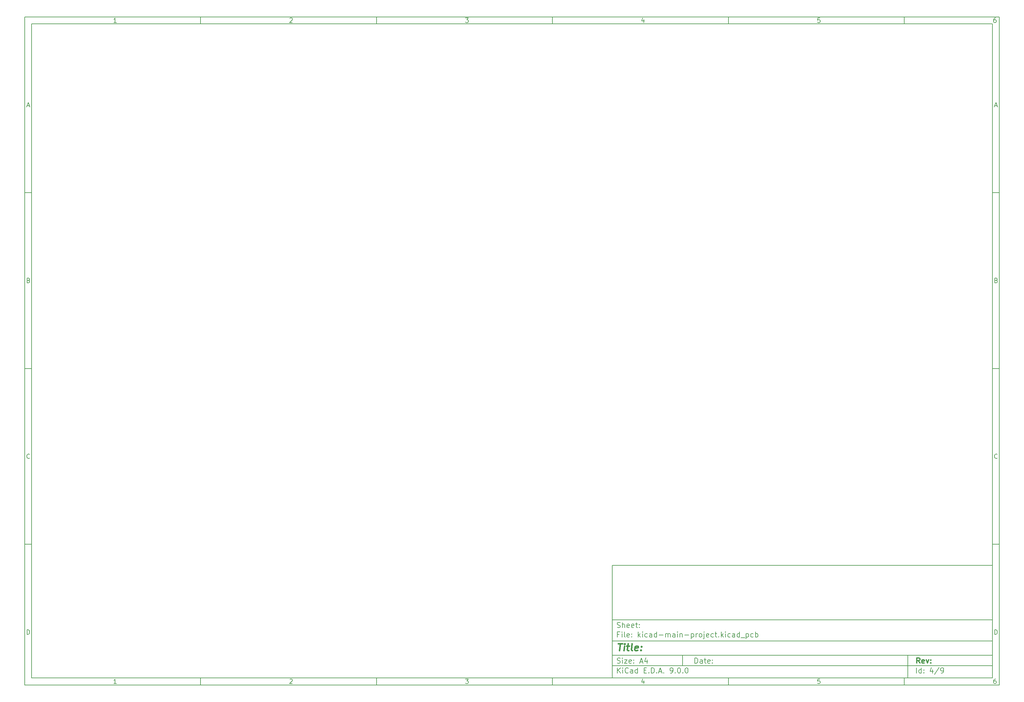
<source format=gbr>
%TF.GenerationSoftware,KiCad,Pcbnew,9.0.0*%
%TF.CreationDate,2025-05-10T22:05:33+07:00*%
%TF.ProjectId,kicad-main-project,6b696361-642d-46d6-9169-6e2d70726f6a,rev?*%
%TF.SameCoordinates,Original*%
%TF.FileFunction,Paste,Bot*%
%TF.FilePolarity,Positive*%
%FSLAX46Y46*%
G04 Gerber Fmt 4.6, Leading zero omitted, Abs format (unit mm)*
G04 Created by KiCad (PCBNEW 9.0.0) date 2025-05-10 22:05:33*
%MOMM*%
%LPD*%
G01*
G04 APERTURE LIST*
%ADD10C,0.100000*%
%ADD11C,0.150000*%
%ADD12C,0.300000*%
%ADD13C,0.400000*%
G04 APERTURE END LIST*
D10*
D11*
X177002200Y-166007200D02*
X285002200Y-166007200D01*
X285002200Y-198007200D01*
X177002200Y-198007200D01*
X177002200Y-166007200D01*
D10*
D11*
X10000000Y-10000000D02*
X287002200Y-10000000D01*
X287002200Y-200007200D01*
X10000000Y-200007200D01*
X10000000Y-10000000D01*
D10*
D11*
X12000000Y-12000000D02*
X285002200Y-12000000D01*
X285002200Y-198007200D01*
X12000000Y-198007200D01*
X12000000Y-12000000D01*
D10*
D11*
X60000000Y-12000000D02*
X60000000Y-10000000D01*
D10*
D11*
X110000000Y-12000000D02*
X110000000Y-10000000D01*
D10*
D11*
X160000000Y-12000000D02*
X160000000Y-10000000D01*
D10*
D11*
X210000000Y-12000000D02*
X210000000Y-10000000D01*
D10*
D11*
X260000000Y-12000000D02*
X260000000Y-10000000D01*
D10*
D11*
X36089160Y-11593604D02*
X35346303Y-11593604D01*
X35717731Y-11593604D02*
X35717731Y-10293604D01*
X35717731Y-10293604D02*
X35593922Y-10479319D01*
X35593922Y-10479319D02*
X35470112Y-10603128D01*
X35470112Y-10603128D02*
X35346303Y-10665033D01*
D10*
D11*
X85346303Y-10417414D02*
X85408207Y-10355509D01*
X85408207Y-10355509D02*
X85532017Y-10293604D01*
X85532017Y-10293604D02*
X85841541Y-10293604D01*
X85841541Y-10293604D02*
X85965350Y-10355509D01*
X85965350Y-10355509D02*
X86027255Y-10417414D01*
X86027255Y-10417414D02*
X86089160Y-10541223D01*
X86089160Y-10541223D02*
X86089160Y-10665033D01*
X86089160Y-10665033D02*
X86027255Y-10850747D01*
X86027255Y-10850747D02*
X85284398Y-11593604D01*
X85284398Y-11593604D02*
X86089160Y-11593604D01*
D10*
D11*
X135284398Y-10293604D02*
X136089160Y-10293604D01*
X136089160Y-10293604D02*
X135655826Y-10788842D01*
X135655826Y-10788842D02*
X135841541Y-10788842D01*
X135841541Y-10788842D02*
X135965350Y-10850747D01*
X135965350Y-10850747D02*
X136027255Y-10912652D01*
X136027255Y-10912652D02*
X136089160Y-11036461D01*
X136089160Y-11036461D02*
X136089160Y-11345985D01*
X136089160Y-11345985D02*
X136027255Y-11469795D01*
X136027255Y-11469795D02*
X135965350Y-11531700D01*
X135965350Y-11531700D02*
X135841541Y-11593604D01*
X135841541Y-11593604D02*
X135470112Y-11593604D01*
X135470112Y-11593604D02*
X135346303Y-11531700D01*
X135346303Y-11531700D02*
X135284398Y-11469795D01*
D10*
D11*
X185965350Y-10726938D02*
X185965350Y-11593604D01*
X185655826Y-10231700D02*
X185346303Y-11160271D01*
X185346303Y-11160271D02*
X186151064Y-11160271D01*
D10*
D11*
X236027255Y-10293604D02*
X235408207Y-10293604D01*
X235408207Y-10293604D02*
X235346303Y-10912652D01*
X235346303Y-10912652D02*
X235408207Y-10850747D01*
X235408207Y-10850747D02*
X235532017Y-10788842D01*
X235532017Y-10788842D02*
X235841541Y-10788842D01*
X235841541Y-10788842D02*
X235965350Y-10850747D01*
X235965350Y-10850747D02*
X236027255Y-10912652D01*
X236027255Y-10912652D02*
X236089160Y-11036461D01*
X236089160Y-11036461D02*
X236089160Y-11345985D01*
X236089160Y-11345985D02*
X236027255Y-11469795D01*
X236027255Y-11469795D02*
X235965350Y-11531700D01*
X235965350Y-11531700D02*
X235841541Y-11593604D01*
X235841541Y-11593604D02*
X235532017Y-11593604D01*
X235532017Y-11593604D02*
X235408207Y-11531700D01*
X235408207Y-11531700D02*
X235346303Y-11469795D01*
D10*
D11*
X285965350Y-10293604D02*
X285717731Y-10293604D01*
X285717731Y-10293604D02*
X285593922Y-10355509D01*
X285593922Y-10355509D02*
X285532017Y-10417414D01*
X285532017Y-10417414D02*
X285408207Y-10603128D01*
X285408207Y-10603128D02*
X285346303Y-10850747D01*
X285346303Y-10850747D02*
X285346303Y-11345985D01*
X285346303Y-11345985D02*
X285408207Y-11469795D01*
X285408207Y-11469795D02*
X285470112Y-11531700D01*
X285470112Y-11531700D02*
X285593922Y-11593604D01*
X285593922Y-11593604D02*
X285841541Y-11593604D01*
X285841541Y-11593604D02*
X285965350Y-11531700D01*
X285965350Y-11531700D02*
X286027255Y-11469795D01*
X286027255Y-11469795D02*
X286089160Y-11345985D01*
X286089160Y-11345985D02*
X286089160Y-11036461D01*
X286089160Y-11036461D02*
X286027255Y-10912652D01*
X286027255Y-10912652D02*
X285965350Y-10850747D01*
X285965350Y-10850747D02*
X285841541Y-10788842D01*
X285841541Y-10788842D02*
X285593922Y-10788842D01*
X285593922Y-10788842D02*
X285470112Y-10850747D01*
X285470112Y-10850747D02*
X285408207Y-10912652D01*
X285408207Y-10912652D02*
X285346303Y-11036461D01*
D10*
D11*
X60000000Y-198007200D02*
X60000000Y-200007200D01*
D10*
D11*
X110000000Y-198007200D02*
X110000000Y-200007200D01*
D10*
D11*
X160000000Y-198007200D02*
X160000000Y-200007200D01*
D10*
D11*
X210000000Y-198007200D02*
X210000000Y-200007200D01*
D10*
D11*
X260000000Y-198007200D02*
X260000000Y-200007200D01*
D10*
D11*
X36089160Y-199600804D02*
X35346303Y-199600804D01*
X35717731Y-199600804D02*
X35717731Y-198300804D01*
X35717731Y-198300804D02*
X35593922Y-198486519D01*
X35593922Y-198486519D02*
X35470112Y-198610328D01*
X35470112Y-198610328D02*
X35346303Y-198672233D01*
D10*
D11*
X85346303Y-198424614D02*
X85408207Y-198362709D01*
X85408207Y-198362709D02*
X85532017Y-198300804D01*
X85532017Y-198300804D02*
X85841541Y-198300804D01*
X85841541Y-198300804D02*
X85965350Y-198362709D01*
X85965350Y-198362709D02*
X86027255Y-198424614D01*
X86027255Y-198424614D02*
X86089160Y-198548423D01*
X86089160Y-198548423D02*
X86089160Y-198672233D01*
X86089160Y-198672233D02*
X86027255Y-198857947D01*
X86027255Y-198857947D02*
X85284398Y-199600804D01*
X85284398Y-199600804D02*
X86089160Y-199600804D01*
D10*
D11*
X135284398Y-198300804D02*
X136089160Y-198300804D01*
X136089160Y-198300804D02*
X135655826Y-198796042D01*
X135655826Y-198796042D02*
X135841541Y-198796042D01*
X135841541Y-198796042D02*
X135965350Y-198857947D01*
X135965350Y-198857947D02*
X136027255Y-198919852D01*
X136027255Y-198919852D02*
X136089160Y-199043661D01*
X136089160Y-199043661D02*
X136089160Y-199353185D01*
X136089160Y-199353185D02*
X136027255Y-199476995D01*
X136027255Y-199476995D02*
X135965350Y-199538900D01*
X135965350Y-199538900D02*
X135841541Y-199600804D01*
X135841541Y-199600804D02*
X135470112Y-199600804D01*
X135470112Y-199600804D02*
X135346303Y-199538900D01*
X135346303Y-199538900D02*
X135284398Y-199476995D01*
D10*
D11*
X185965350Y-198734138D02*
X185965350Y-199600804D01*
X185655826Y-198238900D02*
X185346303Y-199167471D01*
X185346303Y-199167471D02*
X186151064Y-199167471D01*
D10*
D11*
X236027255Y-198300804D02*
X235408207Y-198300804D01*
X235408207Y-198300804D02*
X235346303Y-198919852D01*
X235346303Y-198919852D02*
X235408207Y-198857947D01*
X235408207Y-198857947D02*
X235532017Y-198796042D01*
X235532017Y-198796042D02*
X235841541Y-198796042D01*
X235841541Y-198796042D02*
X235965350Y-198857947D01*
X235965350Y-198857947D02*
X236027255Y-198919852D01*
X236027255Y-198919852D02*
X236089160Y-199043661D01*
X236089160Y-199043661D02*
X236089160Y-199353185D01*
X236089160Y-199353185D02*
X236027255Y-199476995D01*
X236027255Y-199476995D02*
X235965350Y-199538900D01*
X235965350Y-199538900D02*
X235841541Y-199600804D01*
X235841541Y-199600804D02*
X235532017Y-199600804D01*
X235532017Y-199600804D02*
X235408207Y-199538900D01*
X235408207Y-199538900D02*
X235346303Y-199476995D01*
D10*
D11*
X285965350Y-198300804D02*
X285717731Y-198300804D01*
X285717731Y-198300804D02*
X285593922Y-198362709D01*
X285593922Y-198362709D02*
X285532017Y-198424614D01*
X285532017Y-198424614D02*
X285408207Y-198610328D01*
X285408207Y-198610328D02*
X285346303Y-198857947D01*
X285346303Y-198857947D02*
X285346303Y-199353185D01*
X285346303Y-199353185D02*
X285408207Y-199476995D01*
X285408207Y-199476995D02*
X285470112Y-199538900D01*
X285470112Y-199538900D02*
X285593922Y-199600804D01*
X285593922Y-199600804D02*
X285841541Y-199600804D01*
X285841541Y-199600804D02*
X285965350Y-199538900D01*
X285965350Y-199538900D02*
X286027255Y-199476995D01*
X286027255Y-199476995D02*
X286089160Y-199353185D01*
X286089160Y-199353185D02*
X286089160Y-199043661D01*
X286089160Y-199043661D02*
X286027255Y-198919852D01*
X286027255Y-198919852D02*
X285965350Y-198857947D01*
X285965350Y-198857947D02*
X285841541Y-198796042D01*
X285841541Y-198796042D02*
X285593922Y-198796042D01*
X285593922Y-198796042D02*
X285470112Y-198857947D01*
X285470112Y-198857947D02*
X285408207Y-198919852D01*
X285408207Y-198919852D02*
X285346303Y-199043661D01*
D10*
D11*
X10000000Y-60000000D02*
X12000000Y-60000000D01*
D10*
D11*
X10000000Y-110000000D02*
X12000000Y-110000000D01*
D10*
D11*
X10000000Y-160000000D02*
X12000000Y-160000000D01*
D10*
D11*
X10690476Y-35222176D02*
X11309523Y-35222176D01*
X10566666Y-35593604D02*
X10999999Y-34293604D01*
X10999999Y-34293604D02*
X11433333Y-35593604D01*
D10*
D11*
X11092857Y-84912652D02*
X11278571Y-84974557D01*
X11278571Y-84974557D02*
X11340476Y-85036461D01*
X11340476Y-85036461D02*
X11402380Y-85160271D01*
X11402380Y-85160271D02*
X11402380Y-85345985D01*
X11402380Y-85345985D02*
X11340476Y-85469795D01*
X11340476Y-85469795D02*
X11278571Y-85531700D01*
X11278571Y-85531700D02*
X11154761Y-85593604D01*
X11154761Y-85593604D02*
X10659523Y-85593604D01*
X10659523Y-85593604D02*
X10659523Y-84293604D01*
X10659523Y-84293604D02*
X11092857Y-84293604D01*
X11092857Y-84293604D02*
X11216666Y-84355509D01*
X11216666Y-84355509D02*
X11278571Y-84417414D01*
X11278571Y-84417414D02*
X11340476Y-84541223D01*
X11340476Y-84541223D02*
X11340476Y-84665033D01*
X11340476Y-84665033D02*
X11278571Y-84788842D01*
X11278571Y-84788842D02*
X11216666Y-84850747D01*
X11216666Y-84850747D02*
X11092857Y-84912652D01*
X11092857Y-84912652D02*
X10659523Y-84912652D01*
D10*
D11*
X11402380Y-135469795D02*
X11340476Y-135531700D01*
X11340476Y-135531700D02*
X11154761Y-135593604D01*
X11154761Y-135593604D02*
X11030952Y-135593604D01*
X11030952Y-135593604D02*
X10845238Y-135531700D01*
X10845238Y-135531700D02*
X10721428Y-135407890D01*
X10721428Y-135407890D02*
X10659523Y-135284080D01*
X10659523Y-135284080D02*
X10597619Y-135036461D01*
X10597619Y-135036461D02*
X10597619Y-134850747D01*
X10597619Y-134850747D02*
X10659523Y-134603128D01*
X10659523Y-134603128D02*
X10721428Y-134479319D01*
X10721428Y-134479319D02*
X10845238Y-134355509D01*
X10845238Y-134355509D02*
X11030952Y-134293604D01*
X11030952Y-134293604D02*
X11154761Y-134293604D01*
X11154761Y-134293604D02*
X11340476Y-134355509D01*
X11340476Y-134355509D02*
X11402380Y-134417414D01*
D10*
D11*
X10659523Y-185593604D02*
X10659523Y-184293604D01*
X10659523Y-184293604D02*
X10969047Y-184293604D01*
X10969047Y-184293604D02*
X11154761Y-184355509D01*
X11154761Y-184355509D02*
X11278571Y-184479319D01*
X11278571Y-184479319D02*
X11340476Y-184603128D01*
X11340476Y-184603128D02*
X11402380Y-184850747D01*
X11402380Y-184850747D02*
X11402380Y-185036461D01*
X11402380Y-185036461D02*
X11340476Y-185284080D01*
X11340476Y-185284080D02*
X11278571Y-185407890D01*
X11278571Y-185407890D02*
X11154761Y-185531700D01*
X11154761Y-185531700D02*
X10969047Y-185593604D01*
X10969047Y-185593604D02*
X10659523Y-185593604D01*
D10*
D11*
X287002200Y-60000000D02*
X285002200Y-60000000D01*
D10*
D11*
X287002200Y-110000000D02*
X285002200Y-110000000D01*
D10*
D11*
X287002200Y-160000000D02*
X285002200Y-160000000D01*
D10*
D11*
X285692676Y-35222176D02*
X286311723Y-35222176D01*
X285568866Y-35593604D02*
X286002199Y-34293604D01*
X286002199Y-34293604D02*
X286435533Y-35593604D01*
D10*
D11*
X286095057Y-84912652D02*
X286280771Y-84974557D01*
X286280771Y-84974557D02*
X286342676Y-85036461D01*
X286342676Y-85036461D02*
X286404580Y-85160271D01*
X286404580Y-85160271D02*
X286404580Y-85345985D01*
X286404580Y-85345985D02*
X286342676Y-85469795D01*
X286342676Y-85469795D02*
X286280771Y-85531700D01*
X286280771Y-85531700D02*
X286156961Y-85593604D01*
X286156961Y-85593604D02*
X285661723Y-85593604D01*
X285661723Y-85593604D02*
X285661723Y-84293604D01*
X285661723Y-84293604D02*
X286095057Y-84293604D01*
X286095057Y-84293604D02*
X286218866Y-84355509D01*
X286218866Y-84355509D02*
X286280771Y-84417414D01*
X286280771Y-84417414D02*
X286342676Y-84541223D01*
X286342676Y-84541223D02*
X286342676Y-84665033D01*
X286342676Y-84665033D02*
X286280771Y-84788842D01*
X286280771Y-84788842D02*
X286218866Y-84850747D01*
X286218866Y-84850747D02*
X286095057Y-84912652D01*
X286095057Y-84912652D02*
X285661723Y-84912652D01*
D10*
D11*
X286404580Y-135469795D02*
X286342676Y-135531700D01*
X286342676Y-135531700D02*
X286156961Y-135593604D01*
X286156961Y-135593604D02*
X286033152Y-135593604D01*
X286033152Y-135593604D02*
X285847438Y-135531700D01*
X285847438Y-135531700D02*
X285723628Y-135407890D01*
X285723628Y-135407890D02*
X285661723Y-135284080D01*
X285661723Y-135284080D02*
X285599819Y-135036461D01*
X285599819Y-135036461D02*
X285599819Y-134850747D01*
X285599819Y-134850747D02*
X285661723Y-134603128D01*
X285661723Y-134603128D02*
X285723628Y-134479319D01*
X285723628Y-134479319D02*
X285847438Y-134355509D01*
X285847438Y-134355509D02*
X286033152Y-134293604D01*
X286033152Y-134293604D02*
X286156961Y-134293604D01*
X286156961Y-134293604D02*
X286342676Y-134355509D01*
X286342676Y-134355509D02*
X286404580Y-134417414D01*
D10*
D11*
X285661723Y-185593604D02*
X285661723Y-184293604D01*
X285661723Y-184293604D02*
X285971247Y-184293604D01*
X285971247Y-184293604D02*
X286156961Y-184355509D01*
X286156961Y-184355509D02*
X286280771Y-184479319D01*
X286280771Y-184479319D02*
X286342676Y-184603128D01*
X286342676Y-184603128D02*
X286404580Y-184850747D01*
X286404580Y-184850747D02*
X286404580Y-185036461D01*
X286404580Y-185036461D02*
X286342676Y-185284080D01*
X286342676Y-185284080D02*
X286280771Y-185407890D01*
X286280771Y-185407890D02*
X286156961Y-185531700D01*
X286156961Y-185531700D02*
X285971247Y-185593604D01*
X285971247Y-185593604D02*
X285661723Y-185593604D01*
D10*
D11*
X200458026Y-193793328D02*
X200458026Y-192293328D01*
X200458026Y-192293328D02*
X200815169Y-192293328D01*
X200815169Y-192293328D02*
X201029455Y-192364757D01*
X201029455Y-192364757D02*
X201172312Y-192507614D01*
X201172312Y-192507614D02*
X201243741Y-192650471D01*
X201243741Y-192650471D02*
X201315169Y-192936185D01*
X201315169Y-192936185D02*
X201315169Y-193150471D01*
X201315169Y-193150471D02*
X201243741Y-193436185D01*
X201243741Y-193436185D02*
X201172312Y-193579042D01*
X201172312Y-193579042D02*
X201029455Y-193721900D01*
X201029455Y-193721900D02*
X200815169Y-193793328D01*
X200815169Y-193793328D02*
X200458026Y-193793328D01*
X202600884Y-193793328D02*
X202600884Y-193007614D01*
X202600884Y-193007614D02*
X202529455Y-192864757D01*
X202529455Y-192864757D02*
X202386598Y-192793328D01*
X202386598Y-192793328D02*
X202100884Y-192793328D01*
X202100884Y-192793328D02*
X201958026Y-192864757D01*
X202600884Y-193721900D02*
X202458026Y-193793328D01*
X202458026Y-193793328D02*
X202100884Y-193793328D01*
X202100884Y-193793328D02*
X201958026Y-193721900D01*
X201958026Y-193721900D02*
X201886598Y-193579042D01*
X201886598Y-193579042D02*
X201886598Y-193436185D01*
X201886598Y-193436185D02*
X201958026Y-193293328D01*
X201958026Y-193293328D02*
X202100884Y-193221900D01*
X202100884Y-193221900D02*
X202458026Y-193221900D01*
X202458026Y-193221900D02*
X202600884Y-193150471D01*
X203100884Y-192793328D02*
X203672312Y-192793328D01*
X203315169Y-192293328D02*
X203315169Y-193579042D01*
X203315169Y-193579042D02*
X203386598Y-193721900D01*
X203386598Y-193721900D02*
X203529455Y-193793328D01*
X203529455Y-193793328D02*
X203672312Y-193793328D01*
X204743741Y-193721900D02*
X204600884Y-193793328D01*
X204600884Y-193793328D02*
X204315170Y-193793328D01*
X204315170Y-193793328D02*
X204172312Y-193721900D01*
X204172312Y-193721900D02*
X204100884Y-193579042D01*
X204100884Y-193579042D02*
X204100884Y-193007614D01*
X204100884Y-193007614D02*
X204172312Y-192864757D01*
X204172312Y-192864757D02*
X204315170Y-192793328D01*
X204315170Y-192793328D02*
X204600884Y-192793328D01*
X204600884Y-192793328D02*
X204743741Y-192864757D01*
X204743741Y-192864757D02*
X204815170Y-193007614D01*
X204815170Y-193007614D02*
X204815170Y-193150471D01*
X204815170Y-193150471D02*
X204100884Y-193293328D01*
X205458026Y-193650471D02*
X205529455Y-193721900D01*
X205529455Y-193721900D02*
X205458026Y-193793328D01*
X205458026Y-193793328D02*
X205386598Y-193721900D01*
X205386598Y-193721900D02*
X205458026Y-193650471D01*
X205458026Y-193650471D02*
X205458026Y-193793328D01*
X205458026Y-192864757D02*
X205529455Y-192936185D01*
X205529455Y-192936185D02*
X205458026Y-193007614D01*
X205458026Y-193007614D02*
X205386598Y-192936185D01*
X205386598Y-192936185D02*
X205458026Y-192864757D01*
X205458026Y-192864757D02*
X205458026Y-193007614D01*
D10*
D11*
X177002200Y-194507200D02*
X285002200Y-194507200D01*
D10*
D11*
X178458026Y-196593328D02*
X178458026Y-195093328D01*
X179315169Y-196593328D02*
X178672312Y-195736185D01*
X179315169Y-195093328D02*
X178458026Y-195950471D01*
X179958026Y-196593328D02*
X179958026Y-195593328D01*
X179958026Y-195093328D02*
X179886598Y-195164757D01*
X179886598Y-195164757D02*
X179958026Y-195236185D01*
X179958026Y-195236185D02*
X180029455Y-195164757D01*
X180029455Y-195164757D02*
X179958026Y-195093328D01*
X179958026Y-195093328D02*
X179958026Y-195236185D01*
X181529455Y-196450471D02*
X181458027Y-196521900D01*
X181458027Y-196521900D02*
X181243741Y-196593328D01*
X181243741Y-196593328D02*
X181100884Y-196593328D01*
X181100884Y-196593328D02*
X180886598Y-196521900D01*
X180886598Y-196521900D02*
X180743741Y-196379042D01*
X180743741Y-196379042D02*
X180672312Y-196236185D01*
X180672312Y-196236185D02*
X180600884Y-195950471D01*
X180600884Y-195950471D02*
X180600884Y-195736185D01*
X180600884Y-195736185D02*
X180672312Y-195450471D01*
X180672312Y-195450471D02*
X180743741Y-195307614D01*
X180743741Y-195307614D02*
X180886598Y-195164757D01*
X180886598Y-195164757D02*
X181100884Y-195093328D01*
X181100884Y-195093328D02*
X181243741Y-195093328D01*
X181243741Y-195093328D02*
X181458027Y-195164757D01*
X181458027Y-195164757D02*
X181529455Y-195236185D01*
X182815170Y-196593328D02*
X182815170Y-195807614D01*
X182815170Y-195807614D02*
X182743741Y-195664757D01*
X182743741Y-195664757D02*
X182600884Y-195593328D01*
X182600884Y-195593328D02*
X182315170Y-195593328D01*
X182315170Y-195593328D02*
X182172312Y-195664757D01*
X182815170Y-196521900D02*
X182672312Y-196593328D01*
X182672312Y-196593328D02*
X182315170Y-196593328D01*
X182315170Y-196593328D02*
X182172312Y-196521900D01*
X182172312Y-196521900D02*
X182100884Y-196379042D01*
X182100884Y-196379042D02*
X182100884Y-196236185D01*
X182100884Y-196236185D02*
X182172312Y-196093328D01*
X182172312Y-196093328D02*
X182315170Y-196021900D01*
X182315170Y-196021900D02*
X182672312Y-196021900D01*
X182672312Y-196021900D02*
X182815170Y-195950471D01*
X184172313Y-196593328D02*
X184172313Y-195093328D01*
X184172313Y-196521900D02*
X184029455Y-196593328D01*
X184029455Y-196593328D02*
X183743741Y-196593328D01*
X183743741Y-196593328D02*
X183600884Y-196521900D01*
X183600884Y-196521900D02*
X183529455Y-196450471D01*
X183529455Y-196450471D02*
X183458027Y-196307614D01*
X183458027Y-196307614D02*
X183458027Y-195879042D01*
X183458027Y-195879042D02*
X183529455Y-195736185D01*
X183529455Y-195736185D02*
X183600884Y-195664757D01*
X183600884Y-195664757D02*
X183743741Y-195593328D01*
X183743741Y-195593328D02*
X184029455Y-195593328D01*
X184029455Y-195593328D02*
X184172313Y-195664757D01*
X186029455Y-195807614D02*
X186529455Y-195807614D01*
X186743741Y-196593328D02*
X186029455Y-196593328D01*
X186029455Y-196593328D02*
X186029455Y-195093328D01*
X186029455Y-195093328D02*
X186743741Y-195093328D01*
X187386598Y-196450471D02*
X187458027Y-196521900D01*
X187458027Y-196521900D02*
X187386598Y-196593328D01*
X187386598Y-196593328D02*
X187315170Y-196521900D01*
X187315170Y-196521900D02*
X187386598Y-196450471D01*
X187386598Y-196450471D02*
X187386598Y-196593328D01*
X188100884Y-196593328D02*
X188100884Y-195093328D01*
X188100884Y-195093328D02*
X188458027Y-195093328D01*
X188458027Y-195093328D02*
X188672313Y-195164757D01*
X188672313Y-195164757D02*
X188815170Y-195307614D01*
X188815170Y-195307614D02*
X188886599Y-195450471D01*
X188886599Y-195450471D02*
X188958027Y-195736185D01*
X188958027Y-195736185D02*
X188958027Y-195950471D01*
X188958027Y-195950471D02*
X188886599Y-196236185D01*
X188886599Y-196236185D02*
X188815170Y-196379042D01*
X188815170Y-196379042D02*
X188672313Y-196521900D01*
X188672313Y-196521900D02*
X188458027Y-196593328D01*
X188458027Y-196593328D02*
X188100884Y-196593328D01*
X189600884Y-196450471D02*
X189672313Y-196521900D01*
X189672313Y-196521900D02*
X189600884Y-196593328D01*
X189600884Y-196593328D02*
X189529456Y-196521900D01*
X189529456Y-196521900D02*
X189600884Y-196450471D01*
X189600884Y-196450471D02*
X189600884Y-196593328D01*
X190243742Y-196164757D02*
X190958028Y-196164757D01*
X190100885Y-196593328D02*
X190600885Y-195093328D01*
X190600885Y-195093328D02*
X191100885Y-196593328D01*
X191600884Y-196450471D02*
X191672313Y-196521900D01*
X191672313Y-196521900D02*
X191600884Y-196593328D01*
X191600884Y-196593328D02*
X191529456Y-196521900D01*
X191529456Y-196521900D02*
X191600884Y-196450471D01*
X191600884Y-196450471D02*
X191600884Y-196593328D01*
X193529456Y-196593328D02*
X193815170Y-196593328D01*
X193815170Y-196593328D02*
X193958027Y-196521900D01*
X193958027Y-196521900D02*
X194029456Y-196450471D01*
X194029456Y-196450471D02*
X194172313Y-196236185D01*
X194172313Y-196236185D02*
X194243742Y-195950471D01*
X194243742Y-195950471D02*
X194243742Y-195379042D01*
X194243742Y-195379042D02*
X194172313Y-195236185D01*
X194172313Y-195236185D02*
X194100885Y-195164757D01*
X194100885Y-195164757D02*
X193958027Y-195093328D01*
X193958027Y-195093328D02*
X193672313Y-195093328D01*
X193672313Y-195093328D02*
X193529456Y-195164757D01*
X193529456Y-195164757D02*
X193458027Y-195236185D01*
X193458027Y-195236185D02*
X193386599Y-195379042D01*
X193386599Y-195379042D02*
X193386599Y-195736185D01*
X193386599Y-195736185D02*
X193458027Y-195879042D01*
X193458027Y-195879042D02*
X193529456Y-195950471D01*
X193529456Y-195950471D02*
X193672313Y-196021900D01*
X193672313Y-196021900D02*
X193958027Y-196021900D01*
X193958027Y-196021900D02*
X194100885Y-195950471D01*
X194100885Y-195950471D02*
X194172313Y-195879042D01*
X194172313Y-195879042D02*
X194243742Y-195736185D01*
X194886598Y-196450471D02*
X194958027Y-196521900D01*
X194958027Y-196521900D02*
X194886598Y-196593328D01*
X194886598Y-196593328D02*
X194815170Y-196521900D01*
X194815170Y-196521900D02*
X194886598Y-196450471D01*
X194886598Y-196450471D02*
X194886598Y-196593328D01*
X195886599Y-195093328D02*
X196029456Y-195093328D01*
X196029456Y-195093328D02*
X196172313Y-195164757D01*
X196172313Y-195164757D02*
X196243742Y-195236185D01*
X196243742Y-195236185D02*
X196315170Y-195379042D01*
X196315170Y-195379042D02*
X196386599Y-195664757D01*
X196386599Y-195664757D02*
X196386599Y-196021900D01*
X196386599Y-196021900D02*
X196315170Y-196307614D01*
X196315170Y-196307614D02*
X196243742Y-196450471D01*
X196243742Y-196450471D02*
X196172313Y-196521900D01*
X196172313Y-196521900D02*
X196029456Y-196593328D01*
X196029456Y-196593328D02*
X195886599Y-196593328D01*
X195886599Y-196593328D02*
X195743742Y-196521900D01*
X195743742Y-196521900D02*
X195672313Y-196450471D01*
X195672313Y-196450471D02*
X195600884Y-196307614D01*
X195600884Y-196307614D02*
X195529456Y-196021900D01*
X195529456Y-196021900D02*
X195529456Y-195664757D01*
X195529456Y-195664757D02*
X195600884Y-195379042D01*
X195600884Y-195379042D02*
X195672313Y-195236185D01*
X195672313Y-195236185D02*
X195743742Y-195164757D01*
X195743742Y-195164757D02*
X195886599Y-195093328D01*
X197029455Y-196450471D02*
X197100884Y-196521900D01*
X197100884Y-196521900D02*
X197029455Y-196593328D01*
X197029455Y-196593328D02*
X196958027Y-196521900D01*
X196958027Y-196521900D02*
X197029455Y-196450471D01*
X197029455Y-196450471D02*
X197029455Y-196593328D01*
X198029456Y-195093328D02*
X198172313Y-195093328D01*
X198172313Y-195093328D02*
X198315170Y-195164757D01*
X198315170Y-195164757D02*
X198386599Y-195236185D01*
X198386599Y-195236185D02*
X198458027Y-195379042D01*
X198458027Y-195379042D02*
X198529456Y-195664757D01*
X198529456Y-195664757D02*
X198529456Y-196021900D01*
X198529456Y-196021900D02*
X198458027Y-196307614D01*
X198458027Y-196307614D02*
X198386599Y-196450471D01*
X198386599Y-196450471D02*
X198315170Y-196521900D01*
X198315170Y-196521900D02*
X198172313Y-196593328D01*
X198172313Y-196593328D02*
X198029456Y-196593328D01*
X198029456Y-196593328D02*
X197886599Y-196521900D01*
X197886599Y-196521900D02*
X197815170Y-196450471D01*
X197815170Y-196450471D02*
X197743741Y-196307614D01*
X197743741Y-196307614D02*
X197672313Y-196021900D01*
X197672313Y-196021900D02*
X197672313Y-195664757D01*
X197672313Y-195664757D02*
X197743741Y-195379042D01*
X197743741Y-195379042D02*
X197815170Y-195236185D01*
X197815170Y-195236185D02*
X197886599Y-195164757D01*
X197886599Y-195164757D02*
X198029456Y-195093328D01*
D10*
D11*
X177002200Y-191507200D02*
X285002200Y-191507200D01*
D10*
D12*
X264413853Y-193785528D02*
X263913853Y-193071242D01*
X263556710Y-193785528D02*
X263556710Y-192285528D01*
X263556710Y-192285528D02*
X264128139Y-192285528D01*
X264128139Y-192285528D02*
X264270996Y-192356957D01*
X264270996Y-192356957D02*
X264342425Y-192428385D01*
X264342425Y-192428385D02*
X264413853Y-192571242D01*
X264413853Y-192571242D02*
X264413853Y-192785528D01*
X264413853Y-192785528D02*
X264342425Y-192928385D01*
X264342425Y-192928385D02*
X264270996Y-192999814D01*
X264270996Y-192999814D02*
X264128139Y-193071242D01*
X264128139Y-193071242D02*
X263556710Y-193071242D01*
X265628139Y-193714100D02*
X265485282Y-193785528D01*
X265485282Y-193785528D02*
X265199568Y-193785528D01*
X265199568Y-193785528D02*
X265056710Y-193714100D01*
X265056710Y-193714100D02*
X264985282Y-193571242D01*
X264985282Y-193571242D02*
X264985282Y-192999814D01*
X264985282Y-192999814D02*
X265056710Y-192856957D01*
X265056710Y-192856957D02*
X265199568Y-192785528D01*
X265199568Y-192785528D02*
X265485282Y-192785528D01*
X265485282Y-192785528D02*
X265628139Y-192856957D01*
X265628139Y-192856957D02*
X265699568Y-192999814D01*
X265699568Y-192999814D02*
X265699568Y-193142671D01*
X265699568Y-193142671D02*
X264985282Y-193285528D01*
X266199567Y-192785528D02*
X266556710Y-193785528D01*
X266556710Y-193785528D02*
X266913853Y-192785528D01*
X267485281Y-193642671D02*
X267556710Y-193714100D01*
X267556710Y-193714100D02*
X267485281Y-193785528D01*
X267485281Y-193785528D02*
X267413853Y-193714100D01*
X267413853Y-193714100D02*
X267485281Y-193642671D01*
X267485281Y-193642671D02*
X267485281Y-193785528D01*
X267485281Y-192856957D02*
X267556710Y-192928385D01*
X267556710Y-192928385D02*
X267485281Y-192999814D01*
X267485281Y-192999814D02*
X267413853Y-192928385D01*
X267413853Y-192928385D02*
X267485281Y-192856957D01*
X267485281Y-192856957D02*
X267485281Y-192999814D01*
D10*
D11*
X178386598Y-193721900D02*
X178600884Y-193793328D01*
X178600884Y-193793328D02*
X178958026Y-193793328D01*
X178958026Y-193793328D02*
X179100884Y-193721900D01*
X179100884Y-193721900D02*
X179172312Y-193650471D01*
X179172312Y-193650471D02*
X179243741Y-193507614D01*
X179243741Y-193507614D02*
X179243741Y-193364757D01*
X179243741Y-193364757D02*
X179172312Y-193221900D01*
X179172312Y-193221900D02*
X179100884Y-193150471D01*
X179100884Y-193150471D02*
X178958026Y-193079042D01*
X178958026Y-193079042D02*
X178672312Y-193007614D01*
X178672312Y-193007614D02*
X178529455Y-192936185D01*
X178529455Y-192936185D02*
X178458026Y-192864757D01*
X178458026Y-192864757D02*
X178386598Y-192721900D01*
X178386598Y-192721900D02*
X178386598Y-192579042D01*
X178386598Y-192579042D02*
X178458026Y-192436185D01*
X178458026Y-192436185D02*
X178529455Y-192364757D01*
X178529455Y-192364757D02*
X178672312Y-192293328D01*
X178672312Y-192293328D02*
X179029455Y-192293328D01*
X179029455Y-192293328D02*
X179243741Y-192364757D01*
X179886597Y-193793328D02*
X179886597Y-192793328D01*
X179886597Y-192293328D02*
X179815169Y-192364757D01*
X179815169Y-192364757D02*
X179886597Y-192436185D01*
X179886597Y-192436185D02*
X179958026Y-192364757D01*
X179958026Y-192364757D02*
X179886597Y-192293328D01*
X179886597Y-192293328D02*
X179886597Y-192436185D01*
X180458026Y-192793328D02*
X181243741Y-192793328D01*
X181243741Y-192793328D02*
X180458026Y-193793328D01*
X180458026Y-193793328D02*
X181243741Y-193793328D01*
X182386598Y-193721900D02*
X182243741Y-193793328D01*
X182243741Y-193793328D02*
X181958027Y-193793328D01*
X181958027Y-193793328D02*
X181815169Y-193721900D01*
X181815169Y-193721900D02*
X181743741Y-193579042D01*
X181743741Y-193579042D02*
X181743741Y-193007614D01*
X181743741Y-193007614D02*
X181815169Y-192864757D01*
X181815169Y-192864757D02*
X181958027Y-192793328D01*
X181958027Y-192793328D02*
X182243741Y-192793328D01*
X182243741Y-192793328D02*
X182386598Y-192864757D01*
X182386598Y-192864757D02*
X182458027Y-193007614D01*
X182458027Y-193007614D02*
X182458027Y-193150471D01*
X182458027Y-193150471D02*
X181743741Y-193293328D01*
X183100883Y-193650471D02*
X183172312Y-193721900D01*
X183172312Y-193721900D02*
X183100883Y-193793328D01*
X183100883Y-193793328D02*
X183029455Y-193721900D01*
X183029455Y-193721900D02*
X183100883Y-193650471D01*
X183100883Y-193650471D02*
X183100883Y-193793328D01*
X183100883Y-192864757D02*
X183172312Y-192936185D01*
X183172312Y-192936185D02*
X183100883Y-193007614D01*
X183100883Y-193007614D02*
X183029455Y-192936185D01*
X183029455Y-192936185D02*
X183100883Y-192864757D01*
X183100883Y-192864757D02*
X183100883Y-193007614D01*
X184886598Y-193364757D02*
X185600884Y-193364757D01*
X184743741Y-193793328D02*
X185243741Y-192293328D01*
X185243741Y-192293328D02*
X185743741Y-193793328D01*
X186886598Y-192793328D02*
X186886598Y-193793328D01*
X186529455Y-192221900D02*
X186172312Y-193293328D01*
X186172312Y-193293328D02*
X187100883Y-193293328D01*
D10*
D11*
X263458026Y-196593328D02*
X263458026Y-195093328D01*
X264815170Y-196593328D02*
X264815170Y-195093328D01*
X264815170Y-196521900D02*
X264672312Y-196593328D01*
X264672312Y-196593328D02*
X264386598Y-196593328D01*
X264386598Y-196593328D02*
X264243741Y-196521900D01*
X264243741Y-196521900D02*
X264172312Y-196450471D01*
X264172312Y-196450471D02*
X264100884Y-196307614D01*
X264100884Y-196307614D02*
X264100884Y-195879042D01*
X264100884Y-195879042D02*
X264172312Y-195736185D01*
X264172312Y-195736185D02*
X264243741Y-195664757D01*
X264243741Y-195664757D02*
X264386598Y-195593328D01*
X264386598Y-195593328D02*
X264672312Y-195593328D01*
X264672312Y-195593328D02*
X264815170Y-195664757D01*
X265529455Y-196450471D02*
X265600884Y-196521900D01*
X265600884Y-196521900D02*
X265529455Y-196593328D01*
X265529455Y-196593328D02*
X265458027Y-196521900D01*
X265458027Y-196521900D02*
X265529455Y-196450471D01*
X265529455Y-196450471D02*
X265529455Y-196593328D01*
X265529455Y-195664757D02*
X265600884Y-195736185D01*
X265600884Y-195736185D02*
X265529455Y-195807614D01*
X265529455Y-195807614D02*
X265458027Y-195736185D01*
X265458027Y-195736185D02*
X265529455Y-195664757D01*
X265529455Y-195664757D02*
X265529455Y-195807614D01*
X268029456Y-195593328D02*
X268029456Y-196593328D01*
X267672313Y-195021900D02*
X267315170Y-196093328D01*
X267315170Y-196093328D02*
X268243741Y-196093328D01*
X269886598Y-195021900D02*
X268600884Y-196950471D01*
X270458027Y-196593328D02*
X270743741Y-196593328D01*
X270743741Y-196593328D02*
X270886598Y-196521900D01*
X270886598Y-196521900D02*
X270958027Y-196450471D01*
X270958027Y-196450471D02*
X271100884Y-196236185D01*
X271100884Y-196236185D02*
X271172313Y-195950471D01*
X271172313Y-195950471D02*
X271172313Y-195379042D01*
X271172313Y-195379042D02*
X271100884Y-195236185D01*
X271100884Y-195236185D02*
X271029456Y-195164757D01*
X271029456Y-195164757D02*
X270886598Y-195093328D01*
X270886598Y-195093328D02*
X270600884Y-195093328D01*
X270600884Y-195093328D02*
X270458027Y-195164757D01*
X270458027Y-195164757D02*
X270386598Y-195236185D01*
X270386598Y-195236185D02*
X270315170Y-195379042D01*
X270315170Y-195379042D02*
X270315170Y-195736185D01*
X270315170Y-195736185D02*
X270386598Y-195879042D01*
X270386598Y-195879042D02*
X270458027Y-195950471D01*
X270458027Y-195950471D02*
X270600884Y-196021900D01*
X270600884Y-196021900D02*
X270886598Y-196021900D01*
X270886598Y-196021900D02*
X271029456Y-195950471D01*
X271029456Y-195950471D02*
X271100884Y-195879042D01*
X271100884Y-195879042D02*
X271172313Y-195736185D01*
D10*
D11*
X177002200Y-187507200D02*
X285002200Y-187507200D01*
D10*
D13*
X178693928Y-188211638D02*
X179836785Y-188211638D01*
X179015357Y-190211638D02*
X179265357Y-188211638D01*
X180253452Y-190211638D02*
X180420119Y-188878304D01*
X180503452Y-188211638D02*
X180396309Y-188306876D01*
X180396309Y-188306876D02*
X180479643Y-188402114D01*
X180479643Y-188402114D02*
X180586786Y-188306876D01*
X180586786Y-188306876D02*
X180503452Y-188211638D01*
X180503452Y-188211638D02*
X180479643Y-188402114D01*
X181086786Y-188878304D02*
X181848690Y-188878304D01*
X181455833Y-188211638D02*
X181241548Y-189925923D01*
X181241548Y-189925923D02*
X181312976Y-190116400D01*
X181312976Y-190116400D02*
X181491548Y-190211638D01*
X181491548Y-190211638D02*
X181682024Y-190211638D01*
X182634405Y-190211638D02*
X182455833Y-190116400D01*
X182455833Y-190116400D02*
X182384405Y-189925923D01*
X182384405Y-189925923D02*
X182598690Y-188211638D01*
X184170119Y-190116400D02*
X183967738Y-190211638D01*
X183967738Y-190211638D02*
X183586785Y-190211638D01*
X183586785Y-190211638D02*
X183408214Y-190116400D01*
X183408214Y-190116400D02*
X183336785Y-189925923D01*
X183336785Y-189925923D02*
X183432024Y-189164019D01*
X183432024Y-189164019D02*
X183551071Y-188973542D01*
X183551071Y-188973542D02*
X183753452Y-188878304D01*
X183753452Y-188878304D02*
X184134404Y-188878304D01*
X184134404Y-188878304D02*
X184312976Y-188973542D01*
X184312976Y-188973542D02*
X184384404Y-189164019D01*
X184384404Y-189164019D02*
X184360595Y-189354495D01*
X184360595Y-189354495D02*
X183384404Y-189544971D01*
X185134405Y-190021161D02*
X185217738Y-190116400D01*
X185217738Y-190116400D02*
X185110595Y-190211638D01*
X185110595Y-190211638D02*
X185027262Y-190116400D01*
X185027262Y-190116400D02*
X185134405Y-190021161D01*
X185134405Y-190021161D02*
X185110595Y-190211638D01*
X185265357Y-188973542D02*
X185348690Y-189068780D01*
X185348690Y-189068780D02*
X185241548Y-189164019D01*
X185241548Y-189164019D02*
X185158214Y-189068780D01*
X185158214Y-189068780D02*
X185265357Y-188973542D01*
X185265357Y-188973542D02*
X185241548Y-189164019D01*
D10*
D11*
X178958026Y-185607614D02*
X178458026Y-185607614D01*
X178458026Y-186393328D02*
X178458026Y-184893328D01*
X178458026Y-184893328D02*
X179172312Y-184893328D01*
X179743740Y-186393328D02*
X179743740Y-185393328D01*
X179743740Y-184893328D02*
X179672312Y-184964757D01*
X179672312Y-184964757D02*
X179743740Y-185036185D01*
X179743740Y-185036185D02*
X179815169Y-184964757D01*
X179815169Y-184964757D02*
X179743740Y-184893328D01*
X179743740Y-184893328D02*
X179743740Y-185036185D01*
X180672312Y-186393328D02*
X180529455Y-186321900D01*
X180529455Y-186321900D02*
X180458026Y-186179042D01*
X180458026Y-186179042D02*
X180458026Y-184893328D01*
X181815169Y-186321900D02*
X181672312Y-186393328D01*
X181672312Y-186393328D02*
X181386598Y-186393328D01*
X181386598Y-186393328D02*
X181243740Y-186321900D01*
X181243740Y-186321900D02*
X181172312Y-186179042D01*
X181172312Y-186179042D02*
X181172312Y-185607614D01*
X181172312Y-185607614D02*
X181243740Y-185464757D01*
X181243740Y-185464757D02*
X181386598Y-185393328D01*
X181386598Y-185393328D02*
X181672312Y-185393328D01*
X181672312Y-185393328D02*
X181815169Y-185464757D01*
X181815169Y-185464757D02*
X181886598Y-185607614D01*
X181886598Y-185607614D02*
X181886598Y-185750471D01*
X181886598Y-185750471D02*
X181172312Y-185893328D01*
X182529454Y-186250471D02*
X182600883Y-186321900D01*
X182600883Y-186321900D02*
X182529454Y-186393328D01*
X182529454Y-186393328D02*
X182458026Y-186321900D01*
X182458026Y-186321900D02*
X182529454Y-186250471D01*
X182529454Y-186250471D02*
X182529454Y-186393328D01*
X182529454Y-185464757D02*
X182600883Y-185536185D01*
X182600883Y-185536185D02*
X182529454Y-185607614D01*
X182529454Y-185607614D02*
X182458026Y-185536185D01*
X182458026Y-185536185D02*
X182529454Y-185464757D01*
X182529454Y-185464757D02*
X182529454Y-185607614D01*
X184386597Y-186393328D02*
X184386597Y-184893328D01*
X184529455Y-185821900D02*
X184958026Y-186393328D01*
X184958026Y-185393328D02*
X184386597Y-185964757D01*
X185600883Y-186393328D02*
X185600883Y-185393328D01*
X185600883Y-184893328D02*
X185529455Y-184964757D01*
X185529455Y-184964757D02*
X185600883Y-185036185D01*
X185600883Y-185036185D02*
X185672312Y-184964757D01*
X185672312Y-184964757D02*
X185600883Y-184893328D01*
X185600883Y-184893328D02*
X185600883Y-185036185D01*
X186958027Y-186321900D02*
X186815169Y-186393328D01*
X186815169Y-186393328D02*
X186529455Y-186393328D01*
X186529455Y-186393328D02*
X186386598Y-186321900D01*
X186386598Y-186321900D02*
X186315169Y-186250471D01*
X186315169Y-186250471D02*
X186243741Y-186107614D01*
X186243741Y-186107614D02*
X186243741Y-185679042D01*
X186243741Y-185679042D02*
X186315169Y-185536185D01*
X186315169Y-185536185D02*
X186386598Y-185464757D01*
X186386598Y-185464757D02*
X186529455Y-185393328D01*
X186529455Y-185393328D02*
X186815169Y-185393328D01*
X186815169Y-185393328D02*
X186958027Y-185464757D01*
X188243741Y-186393328D02*
X188243741Y-185607614D01*
X188243741Y-185607614D02*
X188172312Y-185464757D01*
X188172312Y-185464757D02*
X188029455Y-185393328D01*
X188029455Y-185393328D02*
X187743741Y-185393328D01*
X187743741Y-185393328D02*
X187600883Y-185464757D01*
X188243741Y-186321900D02*
X188100883Y-186393328D01*
X188100883Y-186393328D02*
X187743741Y-186393328D01*
X187743741Y-186393328D02*
X187600883Y-186321900D01*
X187600883Y-186321900D02*
X187529455Y-186179042D01*
X187529455Y-186179042D02*
X187529455Y-186036185D01*
X187529455Y-186036185D02*
X187600883Y-185893328D01*
X187600883Y-185893328D02*
X187743741Y-185821900D01*
X187743741Y-185821900D02*
X188100883Y-185821900D01*
X188100883Y-185821900D02*
X188243741Y-185750471D01*
X189600884Y-186393328D02*
X189600884Y-184893328D01*
X189600884Y-186321900D02*
X189458026Y-186393328D01*
X189458026Y-186393328D02*
X189172312Y-186393328D01*
X189172312Y-186393328D02*
X189029455Y-186321900D01*
X189029455Y-186321900D02*
X188958026Y-186250471D01*
X188958026Y-186250471D02*
X188886598Y-186107614D01*
X188886598Y-186107614D02*
X188886598Y-185679042D01*
X188886598Y-185679042D02*
X188958026Y-185536185D01*
X188958026Y-185536185D02*
X189029455Y-185464757D01*
X189029455Y-185464757D02*
X189172312Y-185393328D01*
X189172312Y-185393328D02*
X189458026Y-185393328D01*
X189458026Y-185393328D02*
X189600884Y-185464757D01*
X190315169Y-185821900D02*
X191458027Y-185821900D01*
X192172312Y-186393328D02*
X192172312Y-185393328D01*
X192172312Y-185536185D02*
X192243741Y-185464757D01*
X192243741Y-185464757D02*
X192386598Y-185393328D01*
X192386598Y-185393328D02*
X192600884Y-185393328D01*
X192600884Y-185393328D02*
X192743741Y-185464757D01*
X192743741Y-185464757D02*
X192815170Y-185607614D01*
X192815170Y-185607614D02*
X192815170Y-186393328D01*
X192815170Y-185607614D02*
X192886598Y-185464757D01*
X192886598Y-185464757D02*
X193029455Y-185393328D01*
X193029455Y-185393328D02*
X193243741Y-185393328D01*
X193243741Y-185393328D02*
X193386598Y-185464757D01*
X193386598Y-185464757D02*
X193458027Y-185607614D01*
X193458027Y-185607614D02*
X193458027Y-186393328D01*
X194815170Y-186393328D02*
X194815170Y-185607614D01*
X194815170Y-185607614D02*
X194743741Y-185464757D01*
X194743741Y-185464757D02*
X194600884Y-185393328D01*
X194600884Y-185393328D02*
X194315170Y-185393328D01*
X194315170Y-185393328D02*
X194172312Y-185464757D01*
X194815170Y-186321900D02*
X194672312Y-186393328D01*
X194672312Y-186393328D02*
X194315170Y-186393328D01*
X194315170Y-186393328D02*
X194172312Y-186321900D01*
X194172312Y-186321900D02*
X194100884Y-186179042D01*
X194100884Y-186179042D02*
X194100884Y-186036185D01*
X194100884Y-186036185D02*
X194172312Y-185893328D01*
X194172312Y-185893328D02*
X194315170Y-185821900D01*
X194315170Y-185821900D02*
X194672312Y-185821900D01*
X194672312Y-185821900D02*
X194815170Y-185750471D01*
X195529455Y-186393328D02*
X195529455Y-185393328D01*
X195529455Y-184893328D02*
X195458027Y-184964757D01*
X195458027Y-184964757D02*
X195529455Y-185036185D01*
X195529455Y-185036185D02*
X195600884Y-184964757D01*
X195600884Y-184964757D02*
X195529455Y-184893328D01*
X195529455Y-184893328D02*
X195529455Y-185036185D01*
X196243741Y-185393328D02*
X196243741Y-186393328D01*
X196243741Y-185536185D02*
X196315170Y-185464757D01*
X196315170Y-185464757D02*
X196458027Y-185393328D01*
X196458027Y-185393328D02*
X196672313Y-185393328D01*
X196672313Y-185393328D02*
X196815170Y-185464757D01*
X196815170Y-185464757D02*
X196886599Y-185607614D01*
X196886599Y-185607614D02*
X196886599Y-186393328D01*
X197600884Y-185821900D02*
X198743742Y-185821900D01*
X199458027Y-185393328D02*
X199458027Y-186893328D01*
X199458027Y-185464757D02*
X199600885Y-185393328D01*
X199600885Y-185393328D02*
X199886599Y-185393328D01*
X199886599Y-185393328D02*
X200029456Y-185464757D01*
X200029456Y-185464757D02*
X200100885Y-185536185D01*
X200100885Y-185536185D02*
X200172313Y-185679042D01*
X200172313Y-185679042D02*
X200172313Y-186107614D01*
X200172313Y-186107614D02*
X200100885Y-186250471D01*
X200100885Y-186250471D02*
X200029456Y-186321900D01*
X200029456Y-186321900D02*
X199886599Y-186393328D01*
X199886599Y-186393328D02*
X199600885Y-186393328D01*
X199600885Y-186393328D02*
X199458027Y-186321900D01*
X200815170Y-186393328D02*
X200815170Y-185393328D01*
X200815170Y-185679042D02*
X200886599Y-185536185D01*
X200886599Y-185536185D02*
X200958028Y-185464757D01*
X200958028Y-185464757D02*
X201100885Y-185393328D01*
X201100885Y-185393328D02*
X201243742Y-185393328D01*
X201958027Y-186393328D02*
X201815170Y-186321900D01*
X201815170Y-186321900D02*
X201743741Y-186250471D01*
X201743741Y-186250471D02*
X201672313Y-186107614D01*
X201672313Y-186107614D02*
X201672313Y-185679042D01*
X201672313Y-185679042D02*
X201743741Y-185536185D01*
X201743741Y-185536185D02*
X201815170Y-185464757D01*
X201815170Y-185464757D02*
X201958027Y-185393328D01*
X201958027Y-185393328D02*
X202172313Y-185393328D01*
X202172313Y-185393328D02*
X202315170Y-185464757D01*
X202315170Y-185464757D02*
X202386599Y-185536185D01*
X202386599Y-185536185D02*
X202458027Y-185679042D01*
X202458027Y-185679042D02*
X202458027Y-186107614D01*
X202458027Y-186107614D02*
X202386599Y-186250471D01*
X202386599Y-186250471D02*
X202315170Y-186321900D01*
X202315170Y-186321900D02*
X202172313Y-186393328D01*
X202172313Y-186393328D02*
X201958027Y-186393328D01*
X203100884Y-185393328D02*
X203100884Y-186679042D01*
X203100884Y-186679042D02*
X203029456Y-186821900D01*
X203029456Y-186821900D02*
X202886599Y-186893328D01*
X202886599Y-186893328D02*
X202815170Y-186893328D01*
X203100884Y-184893328D02*
X203029456Y-184964757D01*
X203029456Y-184964757D02*
X203100884Y-185036185D01*
X203100884Y-185036185D02*
X203172313Y-184964757D01*
X203172313Y-184964757D02*
X203100884Y-184893328D01*
X203100884Y-184893328D02*
X203100884Y-185036185D01*
X204386599Y-186321900D02*
X204243742Y-186393328D01*
X204243742Y-186393328D02*
X203958028Y-186393328D01*
X203958028Y-186393328D02*
X203815170Y-186321900D01*
X203815170Y-186321900D02*
X203743742Y-186179042D01*
X203743742Y-186179042D02*
X203743742Y-185607614D01*
X203743742Y-185607614D02*
X203815170Y-185464757D01*
X203815170Y-185464757D02*
X203958028Y-185393328D01*
X203958028Y-185393328D02*
X204243742Y-185393328D01*
X204243742Y-185393328D02*
X204386599Y-185464757D01*
X204386599Y-185464757D02*
X204458028Y-185607614D01*
X204458028Y-185607614D02*
X204458028Y-185750471D01*
X204458028Y-185750471D02*
X203743742Y-185893328D01*
X205743742Y-186321900D02*
X205600884Y-186393328D01*
X205600884Y-186393328D02*
X205315170Y-186393328D01*
X205315170Y-186393328D02*
X205172313Y-186321900D01*
X205172313Y-186321900D02*
X205100884Y-186250471D01*
X205100884Y-186250471D02*
X205029456Y-186107614D01*
X205029456Y-186107614D02*
X205029456Y-185679042D01*
X205029456Y-185679042D02*
X205100884Y-185536185D01*
X205100884Y-185536185D02*
X205172313Y-185464757D01*
X205172313Y-185464757D02*
X205315170Y-185393328D01*
X205315170Y-185393328D02*
X205600884Y-185393328D01*
X205600884Y-185393328D02*
X205743742Y-185464757D01*
X206172313Y-185393328D02*
X206743741Y-185393328D01*
X206386598Y-184893328D02*
X206386598Y-186179042D01*
X206386598Y-186179042D02*
X206458027Y-186321900D01*
X206458027Y-186321900D02*
X206600884Y-186393328D01*
X206600884Y-186393328D02*
X206743741Y-186393328D01*
X207243741Y-186250471D02*
X207315170Y-186321900D01*
X207315170Y-186321900D02*
X207243741Y-186393328D01*
X207243741Y-186393328D02*
X207172313Y-186321900D01*
X207172313Y-186321900D02*
X207243741Y-186250471D01*
X207243741Y-186250471D02*
X207243741Y-186393328D01*
X207958027Y-186393328D02*
X207958027Y-184893328D01*
X208100885Y-185821900D02*
X208529456Y-186393328D01*
X208529456Y-185393328D02*
X207958027Y-185964757D01*
X209172313Y-186393328D02*
X209172313Y-185393328D01*
X209172313Y-184893328D02*
X209100885Y-184964757D01*
X209100885Y-184964757D02*
X209172313Y-185036185D01*
X209172313Y-185036185D02*
X209243742Y-184964757D01*
X209243742Y-184964757D02*
X209172313Y-184893328D01*
X209172313Y-184893328D02*
X209172313Y-185036185D01*
X210529457Y-186321900D02*
X210386599Y-186393328D01*
X210386599Y-186393328D02*
X210100885Y-186393328D01*
X210100885Y-186393328D02*
X209958028Y-186321900D01*
X209958028Y-186321900D02*
X209886599Y-186250471D01*
X209886599Y-186250471D02*
X209815171Y-186107614D01*
X209815171Y-186107614D02*
X209815171Y-185679042D01*
X209815171Y-185679042D02*
X209886599Y-185536185D01*
X209886599Y-185536185D02*
X209958028Y-185464757D01*
X209958028Y-185464757D02*
X210100885Y-185393328D01*
X210100885Y-185393328D02*
X210386599Y-185393328D01*
X210386599Y-185393328D02*
X210529457Y-185464757D01*
X211815171Y-186393328D02*
X211815171Y-185607614D01*
X211815171Y-185607614D02*
X211743742Y-185464757D01*
X211743742Y-185464757D02*
X211600885Y-185393328D01*
X211600885Y-185393328D02*
X211315171Y-185393328D01*
X211315171Y-185393328D02*
X211172313Y-185464757D01*
X211815171Y-186321900D02*
X211672313Y-186393328D01*
X211672313Y-186393328D02*
X211315171Y-186393328D01*
X211315171Y-186393328D02*
X211172313Y-186321900D01*
X211172313Y-186321900D02*
X211100885Y-186179042D01*
X211100885Y-186179042D02*
X211100885Y-186036185D01*
X211100885Y-186036185D02*
X211172313Y-185893328D01*
X211172313Y-185893328D02*
X211315171Y-185821900D01*
X211315171Y-185821900D02*
X211672313Y-185821900D01*
X211672313Y-185821900D02*
X211815171Y-185750471D01*
X213172314Y-186393328D02*
X213172314Y-184893328D01*
X213172314Y-186321900D02*
X213029456Y-186393328D01*
X213029456Y-186393328D02*
X212743742Y-186393328D01*
X212743742Y-186393328D02*
X212600885Y-186321900D01*
X212600885Y-186321900D02*
X212529456Y-186250471D01*
X212529456Y-186250471D02*
X212458028Y-186107614D01*
X212458028Y-186107614D02*
X212458028Y-185679042D01*
X212458028Y-185679042D02*
X212529456Y-185536185D01*
X212529456Y-185536185D02*
X212600885Y-185464757D01*
X212600885Y-185464757D02*
X212743742Y-185393328D01*
X212743742Y-185393328D02*
X213029456Y-185393328D01*
X213029456Y-185393328D02*
X213172314Y-185464757D01*
X213529457Y-186536185D02*
X214672314Y-186536185D01*
X215029456Y-185393328D02*
X215029456Y-186893328D01*
X215029456Y-185464757D02*
X215172314Y-185393328D01*
X215172314Y-185393328D02*
X215458028Y-185393328D01*
X215458028Y-185393328D02*
X215600885Y-185464757D01*
X215600885Y-185464757D02*
X215672314Y-185536185D01*
X215672314Y-185536185D02*
X215743742Y-185679042D01*
X215743742Y-185679042D02*
X215743742Y-186107614D01*
X215743742Y-186107614D02*
X215672314Y-186250471D01*
X215672314Y-186250471D02*
X215600885Y-186321900D01*
X215600885Y-186321900D02*
X215458028Y-186393328D01*
X215458028Y-186393328D02*
X215172314Y-186393328D01*
X215172314Y-186393328D02*
X215029456Y-186321900D01*
X217029457Y-186321900D02*
X216886599Y-186393328D01*
X216886599Y-186393328D02*
X216600885Y-186393328D01*
X216600885Y-186393328D02*
X216458028Y-186321900D01*
X216458028Y-186321900D02*
X216386599Y-186250471D01*
X216386599Y-186250471D02*
X216315171Y-186107614D01*
X216315171Y-186107614D02*
X216315171Y-185679042D01*
X216315171Y-185679042D02*
X216386599Y-185536185D01*
X216386599Y-185536185D02*
X216458028Y-185464757D01*
X216458028Y-185464757D02*
X216600885Y-185393328D01*
X216600885Y-185393328D02*
X216886599Y-185393328D01*
X216886599Y-185393328D02*
X217029457Y-185464757D01*
X217672313Y-186393328D02*
X217672313Y-184893328D01*
X217672313Y-185464757D02*
X217815171Y-185393328D01*
X217815171Y-185393328D02*
X218100885Y-185393328D01*
X218100885Y-185393328D02*
X218243742Y-185464757D01*
X218243742Y-185464757D02*
X218315171Y-185536185D01*
X218315171Y-185536185D02*
X218386599Y-185679042D01*
X218386599Y-185679042D02*
X218386599Y-186107614D01*
X218386599Y-186107614D02*
X218315171Y-186250471D01*
X218315171Y-186250471D02*
X218243742Y-186321900D01*
X218243742Y-186321900D02*
X218100885Y-186393328D01*
X218100885Y-186393328D02*
X217815171Y-186393328D01*
X217815171Y-186393328D02*
X217672313Y-186321900D01*
D10*
D11*
X177002200Y-181507200D02*
X285002200Y-181507200D01*
D10*
D11*
X178386598Y-183621900D02*
X178600884Y-183693328D01*
X178600884Y-183693328D02*
X178958026Y-183693328D01*
X178958026Y-183693328D02*
X179100884Y-183621900D01*
X179100884Y-183621900D02*
X179172312Y-183550471D01*
X179172312Y-183550471D02*
X179243741Y-183407614D01*
X179243741Y-183407614D02*
X179243741Y-183264757D01*
X179243741Y-183264757D02*
X179172312Y-183121900D01*
X179172312Y-183121900D02*
X179100884Y-183050471D01*
X179100884Y-183050471D02*
X178958026Y-182979042D01*
X178958026Y-182979042D02*
X178672312Y-182907614D01*
X178672312Y-182907614D02*
X178529455Y-182836185D01*
X178529455Y-182836185D02*
X178458026Y-182764757D01*
X178458026Y-182764757D02*
X178386598Y-182621900D01*
X178386598Y-182621900D02*
X178386598Y-182479042D01*
X178386598Y-182479042D02*
X178458026Y-182336185D01*
X178458026Y-182336185D02*
X178529455Y-182264757D01*
X178529455Y-182264757D02*
X178672312Y-182193328D01*
X178672312Y-182193328D02*
X179029455Y-182193328D01*
X179029455Y-182193328D02*
X179243741Y-182264757D01*
X179886597Y-183693328D02*
X179886597Y-182193328D01*
X180529455Y-183693328D02*
X180529455Y-182907614D01*
X180529455Y-182907614D02*
X180458026Y-182764757D01*
X180458026Y-182764757D02*
X180315169Y-182693328D01*
X180315169Y-182693328D02*
X180100883Y-182693328D01*
X180100883Y-182693328D02*
X179958026Y-182764757D01*
X179958026Y-182764757D02*
X179886597Y-182836185D01*
X181815169Y-183621900D02*
X181672312Y-183693328D01*
X181672312Y-183693328D02*
X181386598Y-183693328D01*
X181386598Y-183693328D02*
X181243740Y-183621900D01*
X181243740Y-183621900D02*
X181172312Y-183479042D01*
X181172312Y-183479042D02*
X181172312Y-182907614D01*
X181172312Y-182907614D02*
X181243740Y-182764757D01*
X181243740Y-182764757D02*
X181386598Y-182693328D01*
X181386598Y-182693328D02*
X181672312Y-182693328D01*
X181672312Y-182693328D02*
X181815169Y-182764757D01*
X181815169Y-182764757D02*
X181886598Y-182907614D01*
X181886598Y-182907614D02*
X181886598Y-183050471D01*
X181886598Y-183050471D02*
X181172312Y-183193328D01*
X183100883Y-183621900D02*
X182958026Y-183693328D01*
X182958026Y-183693328D02*
X182672312Y-183693328D01*
X182672312Y-183693328D02*
X182529454Y-183621900D01*
X182529454Y-183621900D02*
X182458026Y-183479042D01*
X182458026Y-183479042D02*
X182458026Y-182907614D01*
X182458026Y-182907614D02*
X182529454Y-182764757D01*
X182529454Y-182764757D02*
X182672312Y-182693328D01*
X182672312Y-182693328D02*
X182958026Y-182693328D01*
X182958026Y-182693328D02*
X183100883Y-182764757D01*
X183100883Y-182764757D02*
X183172312Y-182907614D01*
X183172312Y-182907614D02*
X183172312Y-183050471D01*
X183172312Y-183050471D02*
X182458026Y-183193328D01*
X183600883Y-182693328D02*
X184172311Y-182693328D01*
X183815168Y-182193328D02*
X183815168Y-183479042D01*
X183815168Y-183479042D02*
X183886597Y-183621900D01*
X183886597Y-183621900D02*
X184029454Y-183693328D01*
X184029454Y-183693328D02*
X184172311Y-183693328D01*
X184672311Y-183550471D02*
X184743740Y-183621900D01*
X184743740Y-183621900D02*
X184672311Y-183693328D01*
X184672311Y-183693328D02*
X184600883Y-183621900D01*
X184600883Y-183621900D02*
X184672311Y-183550471D01*
X184672311Y-183550471D02*
X184672311Y-183693328D01*
X184672311Y-182764757D02*
X184743740Y-182836185D01*
X184743740Y-182836185D02*
X184672311Y-182907614D01*
X184672311Y-182907614D02*
X184600883Y-182836185D01*
X184600883Y-182836185D02*
X184672311Y-182764757D01*
X184672311Y-182764757D02*
X184672311Y-182907614D01*
D10*
D11*
X197002200Y-191507200D02*
X197002200Y-194507200D01*
D10*
D11*
X261002200Y-191507200D02*
X261002200Y-198007200D01*
M02*

</source>
